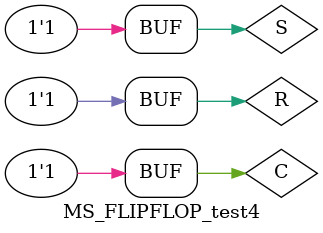
<source format=v>
`timescale 1ns / 1ps


module MS_FLIPFLOP_test4 ();
  reg C, S, R;
  wire Q, Q_N;
  MS_FLIPFLOP test4 (
      S,
      R,
      C,
      Q,
      Q_N
  );
  initial begin
    R = 1;
    S = 1;
    #50;
    R = 1;
    S = 0;
    #50;
    R = 1;
    S = 1;
    #50;
    R = 0;
    S = 1;
    #50;
    R = 1;
    S = 1;
    #50;
    R = 0;
    S = 0;
    #50;
    R = 1;
    S = 1;
    #50;
  end
  always begin
    C = 0;
    #20;
    C = 1;
    #20;
  end

endmodule

</source>
